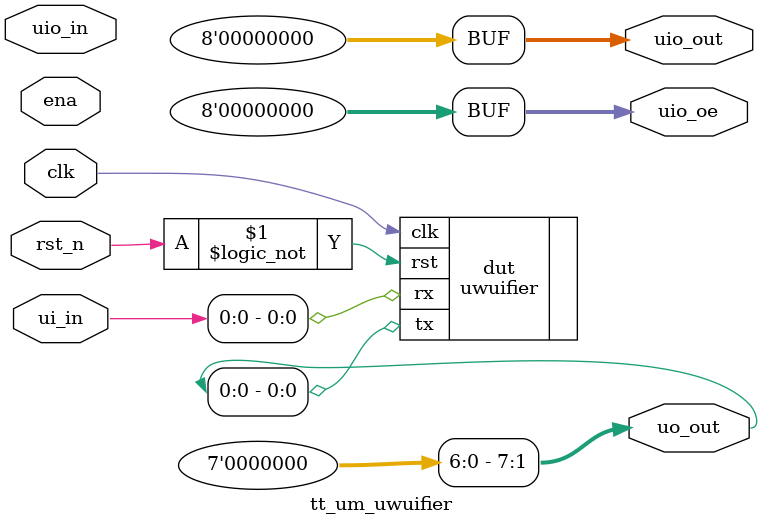
<source format=sv>
`default_nettype none

module tt_um_uwuifier (
    input  wire [7:0] ui_in,    // Dedicated inputs - connected to the input switches
    output wire [7:0] uo_out,   // Dedicated outputs - connected to the 7 segment display
    input  wire [7:0] uio_in,   // IOs: Bidirectional Input path
    output wire [7:0] uio_out,  // IOs: Bidirectional Output path
    output wire [7:0] uio_oe,   // IOs: Bidirectional Enable path (active high: 0=input, 1=output)
    input  wire       ena,      // will go high when the design is enabled
    input  wire       clk,      // clock
    input  wire       rst_n     // reset_n - low to reset
);

    uwuifier #(
        .CLK_FREQ(6000000),
        .BAUD(115200)
    ) dut (
        .clk(clk),
        .rst(!rst_n),
        .rx(ui_in[0]),
        .tx(uo_out[0])
    );

    assign uo_out[7:1] = '0;
    assign uio_oe[7:0] = '0;
    assign uio_out[7:0] = '0;

endmodule

</source>
